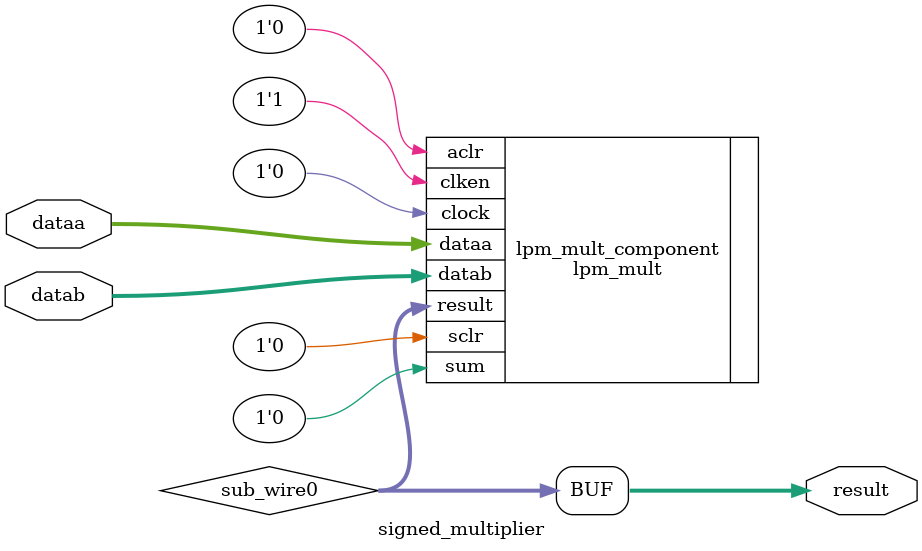
<source format=v>
/*
** signed_multiplier.v
**
**
** --> Codigo do modulo multiplicador que recebe valores sinalizados
** --> 
** -->      
*/
// synopsys translate_off
`timescale 1 ps / 1 ps

// synopsys translate_on
module signed_multiplier #( parameter DATA_WIDTH=32, parameter END_IDX=DATA_WIDTH-1, parameter END_IDX2=(2*DATA_WIDTH)-1 ) 
				  ( dataa, datab, result );
//-----------------------------------------------------------------------------------------
	input	signed [END_IDX:0]  dataa;
	input	signed [END_IDX:0]  datab;
	output[END_IDX2:0] result;
//-----------------------------------------------------------------------------------------
	wire [END_IDX2:0] sub_wire0;
	wire [END_IDX2:0] result = sub_wire0[END_IDX2:0];
	
	lpm_mult	lpm_mult_component (
				.dataa( dataa ),
				.datab( datab ),
				.result( sub_wire0 ),
				.aclr( 1'b0 ),
				.clken( 1'b1 ),
				.clock( 1'b0 ),
				.sclr( 1'b0 ),
				.sum( 1'b0 )  );
	defparam
		lpm_mult_component.lpm_hint = "MAXIMIZE_SPEED=5",
		lpm_mult_component.lpm_representation = "SIGNED",
		lpm_mult_component.lpm_type = "LPM_MULT",
		lpm_mult_component.lpm_widtha = DATA_WIDTH,
		lpm_mult_component.lpm_widthb = DATA_WIDTH,
		lpm_mult_component.lpm_widthp = (DATA_WIDTH*2);
endmodule

</source>
